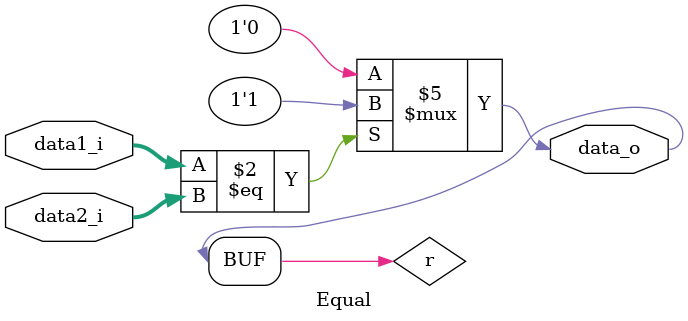
<source format=v>
module Equal
(
	data1_i,
	data2_i,
	data_o
);

input	[31:0] 		data1_i,data2_i;
output				data_o;

reg 		r;

assign data_o=r;

initial begin
	r=0;
end

always@(data1_i or data2_i)begin
	if(data1_i==data2_i)begin
		r <= 1;
	end
	else begin
		r <= 0;
	end
end

endmodule

</source>
